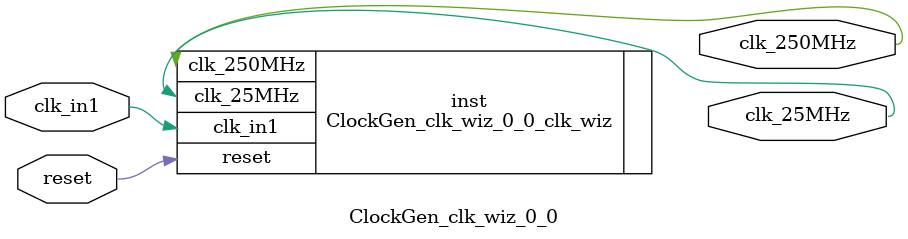
<source format=v>


`timescale 1ps/1ps

(* CORE_GENERATION_INFO = "ClockGen_clk_wiz_0_0,clk_wiz_v6_0_6_0_0,{component_name=ClockGen_clk_wiz_0_0,use_phase_alignment=true,use_min_o_jitter=false,use_max_i_jitter=false,use_dyn_phase_shift=false,use_inclk_switchover=false,use_dyn_reconfig=false,enable_axi=0,feedback_source=FDBK_AUTO,PRIMITIVE=MMCM,num_out_clk=2,clkin1_period=10.000,clkin2_period=10.000,use_power_down=false,use_reset=true,use_locked=false,use_inclk_stopped=false,feedback_type=SINGLE,CLOCK_MGR_TYPE=NA,manual_override=false}" *)

module ClockGen_clk_wiz_0_0 
 (
  // Clock out ports
  output        clk_25MHz,
  output        clk_250MHz,
  // Status and control signals
  input         reset,
 // Clock in ports
  input         clk_in1
 );

  ClockGen_clk_wiz_0_0_clk_wiz inst
  (
  // Clock out ports  
  .clk_25MHz(clk_25MHz),
  .clk_250MHz(clk_250MHz),
  // Status and control signals               
  .reset(reset), 
 // Clock in ports
  .clk_in1(clk_in1)
  );

endmodule

</source>
